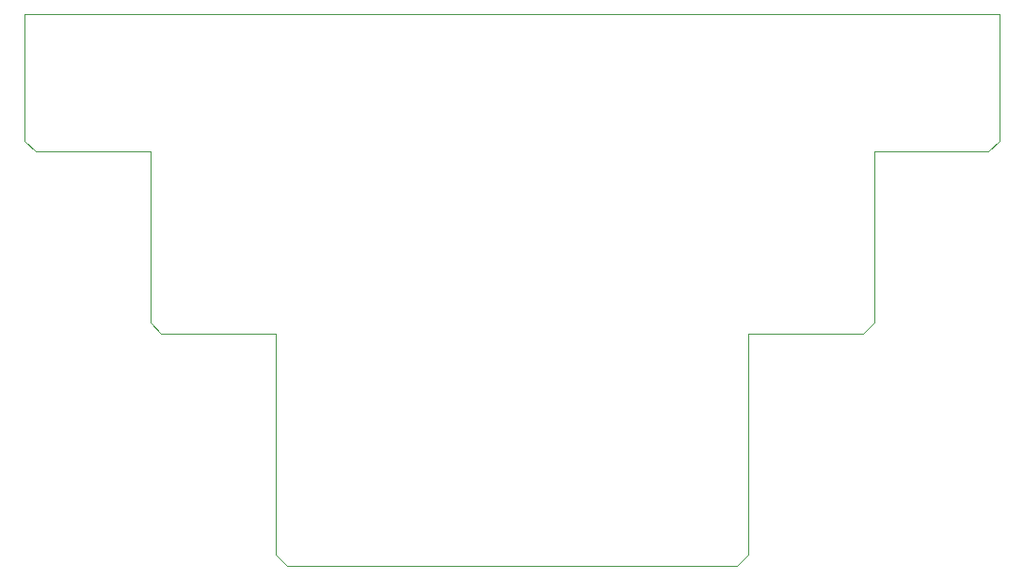
<source format=gm1>
G04 #@! TF.GenerationSoftware,KiCad,Pcbnew,7.0.6*
G04 #@! TF.CreationDate,2023-08-17T21:15:31+02:00*
G04 #@! TF.ProjectId,esp-switch,6573702d-7377-4697-9463-682e6b696361,rev?*
G04 #@! TF.SameCoordinates,Original*
G04 #@! TF.FileFunction,Profile,NP*
%FSLAX46Y46*%
G04 Gerber Fmt 4.6, Leading zero omitted, Abs format (unit mm)*
G04 Created by KiCad (PCBNEW 7.0.6) date 2023-08-17 21:15:31*
%MOMM*%
%LPD*%
G01*
G04 APERTURE LIST*
G04 #@! TA.AperFunction,Profile*
%ADD10C,0.050000*%
G04 #@! TD*
G04 APERTURE END LIST*
D10*
X22600000Y-48700000D02*
X23600000Y-49700000D01*
X22600000Y-28800000D02*
X22600000Y-48700000D01*
X64100000Y-49700000D02*
X23600000Y-49700000D01*
X87700000Y-11400000D02*
X86700000Y-12400000D01*
X75400000Y-28800000D02*
X76400000Y-27800000D01*
X65100000Y-28800000D02*
X65100000Y-48700000D01*
X0Y-11400000D02*
X1000000Y-12400000D01*
X76400000Y-12400000D02*
X76400000Y-27800000D01*
X87700000Y0D02*
X87700000Y-11400000D01*
X11300000Y-27800000D02*
X12300000Y-28800000D01*
X11300000Y-12400000D02*
X1000000Y-12400000D01*
X0Y0D02*
X87700000Y0D01*
X11300000Y-12400000D02*
X11300000Y-27800000D01*
X75400000Y-28800000D02*
X65100000Y-28800000D01*
X86700000Y-12400000D02*
X76400000Y-12400000D01*
X22600000Y-28800000D02*
X12300000Y-28800000D01*
X0Y0D02*
X0Y-11400000D01*
X65100000Y-48700000D02*
X64100000Y-49700000D01*
M02*

</source>
